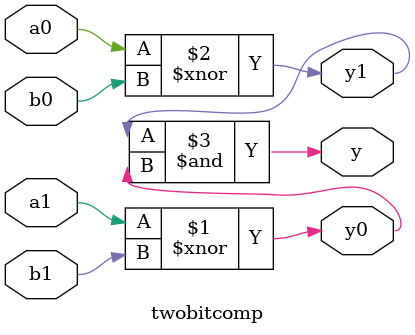
<source format=v>
module twobitcomp(

input a0,a1,b0,b1,
output y0,y1,y

);

assign y0 = a1^~b1;
assign y1 = (a0^~b0);
assign y = y1&y0;


endmodule

</source>
